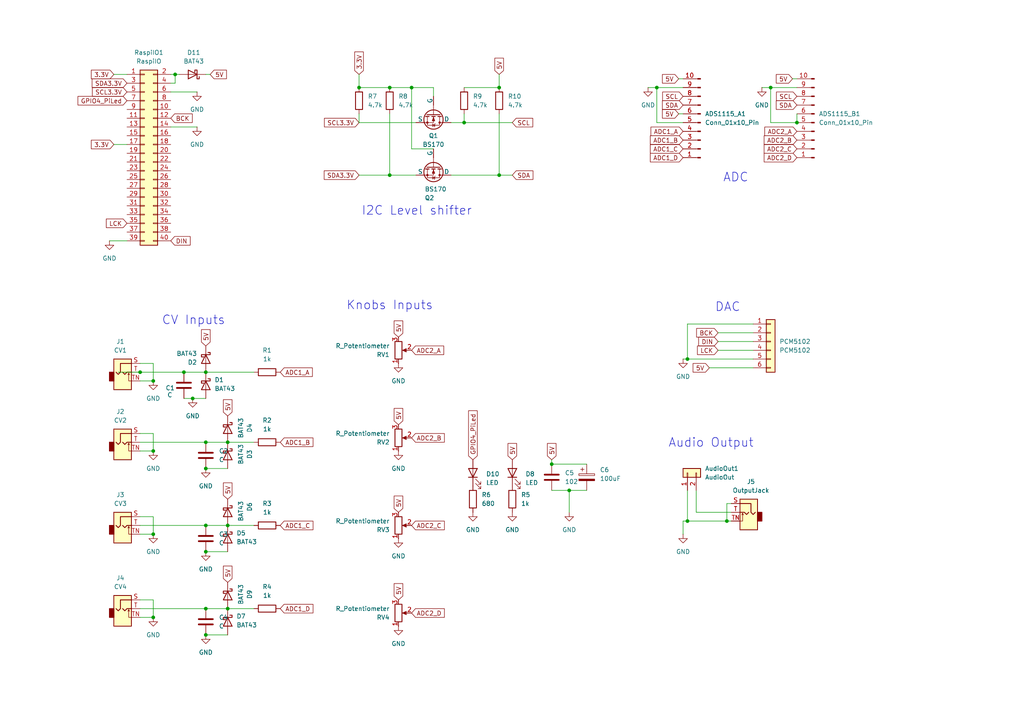
<source format=kicad_sch>
(kicad_sch (version 20231120) (generator "eeschema") (generator_version "8.0")
  (paper "A4")
  (lib_symbols
    (symbol "Connector:Conn_01x10_Pin" (pin_names (offset 1.016) hide)
      (property "Reference" "J" (at 0 12.7 0))
      (property "Value" "Conn_01x10_Pin" (at 0 -15.24 0))
      (symbol "Conn_01x10_Pin_1_1"
        (polyline (pts (xy 1.27 -12.7) (xy 0.8636 -12.7)) (stroke (width 0.1524)))
        (polyline (pts (xy 1.27 -10.16) (xy 0.8636 -10.16)) (stroke (width 0.1524)))
        (polyline (pts (xy 1.27 -7.62) (xy 0.8636 -7.62)) (stroke (width 0.1524)))
        (polyline (pts (xy 1.27 -5.08) (xy 0.8636 -5.08)) (stroke (width 0.1524)))
        (polyline (pts (xy 1.27 -2.54) (xy 0.8636 -2.54)) (stroke (width 0.1524)))
        (polyline (pts (xy 1.27 0) (xy 0.8636 0)) (stroke (width 0.1524)))
        (polyline (pts (xy 1.27 2.54) (xy 0.8636 2.54)) (stroke (width 0.1524)))
        (polyline (pts (xy 1.27 5.08) (xy 0.8636 5.08)) (stroke (width 0.1524)))
        (polyline (pts (xy 1.27 7.62) (xy 0.8636 7.62)) (stroke (width 0.1524)))
        (polyline (pts (xy 1.27 10.16) (xy 0.8636 10.16)) (stroke (width 0.1524)))
        (rectangle (start 0.8636 -12.573) (end 0 -12.827) (stroke (width 0.1524)) (fill (type outline)))
        (rectangle (start 0.8636 -10.033) (end 0 -10.287) (stroke (width 0.1524)) (fill (type outline)))
        (rectangle (start 0.8636 -7.493) (end 0 -7.747) (stroke (width 0.1524)) (fill (type outline)))
        (rectangle (start 0.8636 -4.953) (end 0 -5.207) (stroke (width 0.1524)) (fill (type outline)))
        (rectangle (start 0.8636 -2.413) (end 0 -2.667) (stroke (width 0.1524)) (fill (type outline)))
        (rectangle (start 0.8636 0.127) (end 0 -0.127) (stroke (width 0.1524)) (fill (type outline)))
        (rectangle (start 0.8636 2.667) (end 0 2.413) (stroke (width 0.1524)) (fill (type outline)))
        (rectangle (start 0.8636 5.207) (end 0 4.953) (stroke (width 0.1524)) (fill (type outline)))
        (rectangle (start 0.8636 7.747) (end 0 7.493) (stroke (width 0.1524)) (fill (type outline)))
        (rectangle (start 0.8636 10.287) (end 0 10.033) (stroke (width 0.1524)) (fill (type outline)))
        (pin passive line (at 5.08 10.16 180) (length 3.81) (name "Pin_1") (number "1"))
        (pin passive line (at 5.08 -12.7 180) (length 3.81) (name "Pin_10") (number "10"))
        (pin passive line (at 5.08 7.62 180) (length 3.81) (name "Pin_2") (number "2"))
        (pin passive line (at 5.08 5.08 180) (length 3.81) (name "Pin_3") (number "3"))
        (pin passive line (at 5.08 2.54 180) (length 3.81) (name "Pin_4") (number "4"))
        (pin passive line (at 5.08 0 180) (length 3.81) (name "Pin_5") (number "5"))
        (pin passive line (at 5.08 -2.54 180) (length 3.81) (name "Pin_6") (number "6"))
        (pin passive line (at 5.08 -5.08 180) (length 3.81) (name "Pin_7") (number "7"))
        (pin passive line (at 5.08 -7.62 180) (length 3.81) (name "Pin_8") (number "8"))
        (pin passive line (at 5.08 -10.16 180) (length 3.81) (name "Pin_9") (number "9"))
      )
    )
    (symbol "Connector_Audio:AudioJack2_SwitchT"
      (property "Reference" "J" (at 0 8.89 0))
      (property "Value" "AudioJack2_SwitchT" (at 0 6.35 0))
      (symbol "AudioJack2_SwitchT_0_1"
        (rectangle (start -2.54 0) (end -3.81 -2.54) (stroke (width 0.254)) (fill (type outline)))
        (polyline (pts (xy 1.778 -0.254) (xy 2.032 -0.762)))
        (polyline (pts (xy 0 0) (xy 0.635 -0.635) (xy 1.27 0) (xy 2.54 0)) (stroke (width 0.254)))
        (polyline (pts (xy 2.54 -2.54) (xy 1.778 -2.54) (xy 1.778 -0.254) (xy 1.524 -0.762)))
        (polyline (pts (xy 2.54 2.54) (xy -0.635 2.54) (xy -0.635 0) (xy -1.27 -0.635) (xy -1.905 0)) (stroke (width 0.254)))
        (rectangle (start 2.54 3.81) (end -2.54 -5.08) (stroke (width 0.254)) (fill (type background)))
      )
      (symbol "AudioJack2_SwitchT_1_1"
        (pin passive line (at 5.08 2.54 180) (length 2.54) (name "~") (number "S"))
        (pin passive line (at 5.08 0 180) (length 2.54) (name "~") (number "T"))
        (pin passive line (at 5.08 -2.54 180) (length 2.54) (name "~") (number "TN"))
      )
    )
    (symbol "Connector_Generic:Conn_01x02" (pin_names (offset 1.016) hide)
      (property "Reference" "J" (at 0 2.54 0))
      (property "Value" "Conn_01x02" (at 0 -5.08 0))
      (symbol "Conn_01x02_1_1"
        (rectangle (start -1.27 -2.413) (end 0 -2.667) (stroke (width 0.1524)))
        (rectangle (start -1.27 0.127) (end 0 -0.127) (stroke (width 0.1524)))
        (rectangle (start -1.27 1.27) (end 1.27 -3.81) (stroke (width 0.254)) (fill (type background)))
        (pin passive line (at -5.08 0 0) (length 3.81) (name "Pin_1") (number "1"))
        (pin passive line (at -5.08 -2.54 0) (length 3.81) (name "Pin_2") (number "2"))
      )
    )
    (symbol "Connector_Generic:Conn_01x06" (pin_names (offset 1.016) hide)
      (property "Reference" "J" (at 0 7.62 0))
      (property "Value" "Conn_01x06" (at 0 -10.16 0))
      (symbol "Conn_01x06_1_1"
        (rectangle (start -1.27 -7.493) (end 0 -7.747) (stroke (width 0.1524)))
        (rectangle (start -1.27 -4.953) (end 0 -5.207) (stroke (width 0.1524)))
        (rectangle (start -1.27 -2.413) (end 0 -2.667) (stroke (width 0.1524)))
        (rectangle (start -1.27 0.127) (end 0 -0.127) (stroke (width 0.1524)))
        (rectangle (start -1.27 2.667) (end 0 2.413) (stroke (width 0.1524)))
        (rectangle (start -1.27 5.207) (end 0 4.953) (stroke (width 0.1524)))
        (rectangle (start -1.27 6.35) (end 1.27 -8.89) (stroke (width 0.254)) (fill (type background)))
        (pin passive line (at -5.08 5.08 0) (length 3.81) (name "Pin_1") (number "1"))
        (pin passive line (at -5.08 2.54 0) (length 3.81) (name "Pin_2") (number "2"))
        (pin passive line (at -5.08 0 0) (length 3.81) (name "Pin_3") (number "3"))
        (pin passive line (at -5.08 -2.54 0) (length 3.81) (name "Pin_4") (number "4"))
        (pin passive line (at -5.08 -5.08 0) (length 3.81) (name "Pin_5") (number "5"))
        (pin passive line (at -5.08 -7.62 0) (length 3.81) (name "Pin_6") (number "6"))
      )
    )
    (symbol "Connector_Generic:Conn_02x20_Odd_Even" (pin_names (offset 1.016) hide)
      (property "Reference" "J" (at 1.27 25.4 0))
      (property "Value" "Conn_02x20_Odd_Even" (at 1.27 -27.94 0))
      (symbol "Conn_02x20_Odd_Even_1_1"
        (rectangle (start -1.27 -25.273) (end 0 -25.527) (stroke (width 0.1524)))
        (rectangle (start -1.27 -22.733) (end 0 -22.987) (stroke (width 0.1524)))
        (rectangle (start -1.27 -20.193) (end 0 -20.447) (stroke (width 0.1524)))
        (rectangle (start -1.27 -17.653) (end 0 -17.907) (stroke (width 0.1524)))
        (rectangle (start -1.27 -15.113) (end 0 -15.367) (stroke (width 0.1524)))
        (rectangle (start -1.27 -12.573) (end 0 -12.827) (stroke (width 0.1524)))
        (rectangle (start -1.27 -10.033) (end 0 -10.287) (stroke (width 0.1524)))
        (rectangle (start -1.27 -7.493) (end 0 -7.747) (stroke (width 0.1524)))
        (rectangle (start -1.27 -4.953) (end 0 -5.207) (stroke (width 0.1524)))
        (rectangle (start -1.27 -2.413) (end 0 -2.667) (stroke (width 0.1524)))
        (rectangle (start -1.27 0.127) (end 0 -0.127) (stroke (width 0.1524)))
        (rectangle (start -1.27 2.667) (end 0 2.413) (stroke (width 0.1524)))
        (rectangle (start -1.27 5.207) (end 0 4.953) (stroke (width 0.1524)))
        (rectangle (start -1.27 7.747) (end 0 7.493) (stroke (width 0.1524)))
        (rectangle (start -1.27 10.287) (end 0 10.033) (stroke (width 0.1524)))
        (rectangle (start -1.27 12.827) (end 0 12.573) (stroke (width 0.1524)))
        (rectangle (start -1.27 15.367) (end 0 15.113) (stroke (width 0.1524)))
        (rectangle (start -1.27 17.907) (end 0 17.653) (stroke (width 0.1524)))
        (rectangle (start -1.27 20.447) (end 0 20.193) (stroke (width 0.1524)))
        (rectangle (start -1.27 22.987) (end 0 22.733) (stroke (width 0.1524)))
        (rectangle (start -1.27 24.13) (end 3.81 -26.67) (stroke (width 0.254)) (fill (type background)))
        (rectangle (start 3.81 -25.273) (end 2.54 -25.527) (stroke (width 0.1524)))
        (rectangle (start 3.81 -22.733) (end 2.54 -22.987) (stroke (width 0.1524)))
        (rectangle (start 3.81 -20.193) (end 2.54 -20.447) (stroke (width 0.1524)))
        (rectangle (start 3.81 -17.653) (end 2.54 -17.907) (stroke (width 0.1524)))
        (rectangle (start 3.81 -15.113) (end 2.54 -15.367) (stroke (width 0.1524)))
        (rectangle (start 3.81 -12.573) (end 2.54 -12.827) (stroke (width 0.1524)))
        (rectangle (start 3.81 -10.033) (end 2.54 -10.287) (stroke (width 0.1524)))
        (rectangle (start 3.81 -7.493) (end 2.54 -7.747) (stroke (width 0.1524)))
        (rectangle (start 3.81 -4.953) (end 2.54 -5.207) (stroke (width 0.1524)))
        (rectangle (start 3.81 -2.413) (end 2.54 -2.667) (stroke (width 0.1524)))
        (rectangle (start 3.81 0.127) (end 2.54 -0.127) (stroke (width 0.1524)))
        (rectangle (start 3.81 2.667) (end 2.54 2.413) (stroke (width 0.1524)))
        (rectangle (start 3.81 5.207) (end 2.54 4.953) (stroke (width 0.1524)))
        (rectangle (start 3.81 7.747) (end 2.54 7.493) (stroke (width 0.1524)))
        (rectangle (start 3.81 10.287) (end 2.54 10.033) (stroke (width 0.1524)))
        (rectangle (start 3.81 12.827) (end 2.54 12.573) (stroke (width 0.1524)))
        (rectangle (start 3.81 15.367) (end 2.54 15.113) (stroke (width 0.1524)))
        (rectangle (start 3.81 17.907) (end 2.54 17.653) (stroke (width 0.1524)))
        (rectangle (start 3.81 20.447) (end 2.54 20.193) (stroke (width 0.1524)))
        (rectangle (start 3.81 22.987) (end 2.54 22.733) (stroke (width 0.1524)))
        (pin passive line (at -5.08 22.86 0) (length 3.81) (name "Pin_1") (number "1"))
        (pin passive line (at 7.62 12.7 180) (length 3.81) (name "Pin_10") (number "10"))
        (pin passive line (at -5.08 10.16 0) (length 3.81) (name "Pin_11") (number "11"))
        (pin passive line (at 7.62 10.16 180) (length 3.81) (name "Pin_12") (number "12"))
        (pin passive line (at -5.08 7.62 0) (length 3.81) (name "Pin_13") (number "13"))
        (pin passive line (at 7.62 7.62 180) (length 3.81) (name "Pin_14") (number "14"))
        (pin passive line (at -5.08 5.08 0) (length 3.81) (name "Pin_15") (number "15"))
        (pin passive line (at 7.62 5.08 180) (length 3.81) (name "Pin_16") (number "16"))
        (pin passive line (at -5.08 2.54 0) (length 3.81) (name "Pin_17") (number "17"))
        (pin passive line (at 7.62 2.54 180) (length 3.81) (name "Pin_18") (number "18"))
        (pin passive line (at -5.08 0 0) (length 3.81) (name "Pin_19") (number "19"))
        (pin passive line (at 7.62 22.86 180) (length 3.81) (name "Pin_2") (number "2"))
        (pin passive line (at 7.62 0 180) (length 3.81) (name "Pin_20") (number "20"))
        (pin passive line (at -5.08 -2.54 0) (length 3.81) (name "Pin_21") (number "21"))
        (pin passive line (at 7.62 -2.54 180) (length 3.81) (name "Pin_22") (number "22"))
        (pin passive line (at -5.08 -5.08 0) (length 3.81) (name "Pin_23") (number "23"))
        (pin passive line (at 7.62 -5.08 180) (length 3.81) (name "Pin_24") (number "24"))
        (pin passive line (at -5.08 -7.62 0) (length 3.81) (name "Pin_25") (number "25"))
        (pin passive line (at 7.62 -7.62 180) (length 3.81) (name "Pin_26") (number "26"))
        (pin passive line (at -5.08 -10.16 0) (length 3.81) (name "Pin_27") (number "27"))
        (pin passive line (at 7.62 -10.16 180) (length 3.81) (name "Pin_28") (number "28"))
        (pin passive line (at -5.08 -12.7 0) (length 3.81) (name "Pin_29") (number "29"))
        (pin passive line (at -5.08 20.32 0) (length 3.81) (name "Pin_3") (number "3"))
        (pin passive line (at 7.62 -12.7 180) (length 3.81) (name "Pin_30") (number "30"))
        (pin passive line (at -5.08 -15.24 0) (length 3.81) (name "Pin_31") (number "31"))
        (pin passive line (at 7.62 -15.24 180) (length 3.81) (name "Pin_32") (number "32"))
        (pin passive line (at -5.08 -17.78 0) (length 3.81) (name "Pin_33") (number "33"))
        (pin passive line (at 7.62 -17.78 180) (length 3.81) (name "Pin_34") (number "34"))
        (pin passive line (at -5.08 -20.32 0) (length 3.81) (name "Pin_35") (number "35"))
        (pin passive line (at 7.62 -20.32 180) (length 3.81) (name "Pin_36") (number "36"))
        (pin passive line (at -5.08 -22.86 0) (length 3.81) (name "Pin_37") (number "37"))
        (pin passive line (at 7.62 -22.86 180) (length 3.81) (name "Pin_38") (number "38"))
        (pin passive line (at -5.08 -25.4 0) (length 3.81) (name "Pin_39") (number "39"))
        (pin passive line (at 7.62 20.32 180) (length 3.81) (name "Pin_4") (number "4"))
        (pin passive line (at 7.62 -25.4 180) (length 3.81) (name "Pin_40") (number "40"))
        (pin passive line (at -5.08 17.78 0) (length 3.81) (name "Pin_5") (number "5"))
        (pin passive line (at 7.62 17.78 180) (length 3.81) (name "Pin_6") (number "6"))
        (pin passive line (at -5.08 15.24 0) (length 3.81) (name "Pin_7") (number "7"))
        (pin passive line (at 7.62 15.24 180) (length 3.81) (name "Pin_8") (number "8"))
        (pin passive line (at -5.08 12.7 0) (length 3.81) (name "Pin_9") (number "9"))
      )
    )
    (symbol "Device:C" (pin_numbers hide) (pin_names (offset 0.254))
      (property "Reference" "C" (at 0.635 2.54 0))
      (property "Value" "C" (at 0.635 -2.54 0))
      (symbol "C_0_1"
        (polyline (pts (xy -2.032 -0.762) (xy 2.032 -0.762)) (stroke (width 0.508)))
        (polyline (pts (xy -2.032 0.762) (xy 2.032 0.762)) (stroke (width 0.508)))
      )
      (symbol "C_1_1"
        (pin passive line (at 0 3.81 270) (length 2.794) (name "~") (number "1"))
        (pin passive line (at 0 -3.81 90) (length 2.794) (name "~") (number "2"))
      )
    )
    (symbol "Device:C_Polarized" (pin_numbers hide) (pin_names (offset 0.254))
      (property "Reference" "C" (at 0.635 2.54 0))
      (property "Value" "C_Polarized" (at 0.635 -2.54 0))
      (symbol "C_Polarized_0_1"
        (rectangle (start -2.286 0.508) (end 2.286 1.016))
        (polyline (pts (xy -1.778 2.286) (xy -0.762 2.286)))
        (polyline (pts (xy -1.27 2.794) (xy -1.27 1.778)))
        (rectangle (start 2.286 -0.508) (end -2.286 -1.016) (fill (type outline)))
      )
      (symbol "C_Polarized_1_1"
        (pin passive line (at 0 3.81 270) (length 2.794) (name "~") (number "1"))
        (pin passive line (at 0 -3.81 90) (length 2.794) (name "~") (number "2"))
      )
    )
    (symbol "Device:LED" (pin_numbers hide) (pin_names (offset 1.016) hide)
      (property "Reference" "D" (at 0 2.54 0))
      (property "Value" "LED" (at 0 -2.54 0))
      (symbol "LED_0_1"
        (polyline (pts (xy -1.27 -1.27) (xy -1.27 1.27)) (stroke (width 0.254)))
        (polyline (pts (xy -1.27 0) (xy 1.27 0)))
        (polyline (pts (xy 1.27 -1.27) (xy 1.27 1.27) (xy -1.27 0) (xy 1.27 -1.27)) (stroke (width 0.254)))
        (polyline (pts (xy -3.048 -0.762) (xy -4.572 -2.286) (xy -3.81 -2.286) (xy -4.572 -2.286) (xy -4.572 -1.524)))
        (polyline (pts (xy -1.778 -0.762) (xy -3.302 -2.286) (xy -2.54 -2.286) (xy -3.302 -2.286) (xy -3.302 -1.524)))
      )
      (symbol "LED_1_1"
        (pin passive line (at -3.81 0 0) (length 2.54) (name "K") (number "1"))
        (pin passive line (at 3.81 0 180) (length 2.54) (name "A") (number "2"))
      )
    )
    (symbol "Device:R" (pin_numbers hide) (pin_names (offset 0))
      (property "Reference" "R" (at 2.032 0 90))
      (property "Value" "R" (at 0 0 90))
      (symbol "R_0_1"
        (rectangle (start -1.016 -2.54) (end 1.016 2.54) (stroke (width 0.254)))
      )
      (symbol "R_1_1"
        (pin passive line (at 0 3.81 270) (length 1.27) (name "~") (number "1"))
        (pin passive line (at 0 -3.81 90) (length 1.27) (name "~") (number "2"))
      )
    )
    (symbol "Device:R_Potentiometer" (pin_names (offset 1.016) hide)
      (property "Reference" "RV" (at -4.445 0 90))
      (property "Value" "R_Potentiometer" (at -2.54 0 90))
      (symbol "R_Potentiometer_0_1"
        (polyline (pts (xy 2.54 0) (xy 1.524 0)))
        (polyline (pts (xy 1.143 0) (xy 2.286 0.508) (xy 2.286 -0.508) (xy 1.143 0)) (fill (type outline)))
        (rectangle (start 1.016 2.54) (end -1.016 -2.54) (stroke (width 0.254)))
      )
      (symbol "R_Potentiometer_1_1"
        (pin passive line (at 0 3.81 270) (length 1.27) (name "1") (number "1"))
        (pin passive line (at 3.81 0 180) (length 1.27) (name "2") (number "2"))
        (pin passive line (at 0 -3.81 90) (length 1.27) (name "3") (number "3"))
      )
    )
    (symbol "Diode:BAT43" (pin_numbers hide) (pin_names (offset 1.016) hide)
      (property "Reference" "D" (at 0 2.54 0))
      (property "Value" "BAT43" (at 0 -2.54 0))
      (symbol "BAT43_0_1"
        (polyline (pts (xy 1.27 0) (xy -1.27 0)))
        (polyline (pts (xy 1.27 1.27) (xy 1.27 -1.27) (xy -1.27 0) (xy 1.27 1.27)) (stroke (width 0.254)))
        (polyline (pts (xy -1.905 0.635) (xy -1.905 1.27) (xy -1.27 1.27) (xy -1.27 -1.27) (xy -0.635 -1.27) (xy -0.635 -0.635)) (stroke (width 0.254)))
      )
      (symbol "BAT43_1_1"
        (pin passive line (at -3.81 0 0) (length 2.54) (name "K") (number "1"))
        (pin passive line (at 3.81 0 180) (length 2.54) (name "A") (number "2"))
      )
    )
    (symbol "Simulation_SPICE:NMOS" (pin_numbers hide) (pin_names (offset 0))
      (property "Reference" "Q" (at 5.08 1.27 0))
      (property "Value" "NMOS" (at 5.08 -1.27 0))
      (symbol "NMOS_0_1"
        (polyline (pts (xy 0.254 0) (xy -2.54 0)))
        (polyline (pts (xy 0.254 1.905) (xy 0.254 -1.905)) (stroke (width 0.254)))
        (polyline (pts (xy 0.762 -1.27) (xy 0.762 -2.286)) (stroke (width 0.254)))
        (polyline (pts (xy 0.762 0.508) (xy 0.762 -0.508)) (stroke (width 0.254)))
        (polyline (pts (xy 0.762 2.286) (xy 0.762 1.27)) (stroke (width 0.254)))
        (polyline (pts (xy 2.54 2.54) (xy 2.54 1.778)))
        (polyline (pts (xy 2.54 -2.54) (xy 2.54 0) (xy 0.762 0)))
        (polyline (pts (xy 0.762 -1.778) (xy 3.302 -1.778) (xy 3.302 1.778) (xy 0.762 1.778)))
        (polyline (pts (xy 1.016 0) (xy 2.032 0.381) (xy 2.032 -0.381) (xy 1.016 0)) (fill (type outline)))
        (polyline (pts (xy 2.794 0.508) (xy 2.921 0.381) (xy 3.683 0.381) (xy 3.81 0.254)))
        (polyline (pts (xy 3.302 0.381) (xy 2.921 -0.254) (xy 3.683 -0.254) (xy 3.302 0.381)))
        (circle (center 1.651 0) (radius 2.794) (stroke (width 0.254)))
        (circle (center 2.54 -1.778) (radius 0.254) (fill (type outline)))
        (circle (center 2.54 1.778) (radius 0.254) (fill (type outline)))
      )
      (symbol "NMOS_1_1"
        (pin passive line (at 2.54 5.08 270) (length 2.54) (name "D") (number "1"))
        (pin input line (at -5.08 0 0) (length 2.54) (name "G") (number "2"))
        (pin passive line (at 2.54 -5.08 90) (length 2.54) (name "S") (number "3"))
      )
    )
    (symbol "power:GND" (power) (pin_numbers hide) (pin_names (offset 0) hide)
      (property "Value" "GND" (at 0 -3.81 0))
      (symbol "GND_0_1"
        (polyline (pts (xy 0 0) (xy 0 -1.27) (xy 1.27 -1.27) (xy 0 -2.54) (xy -1.27 -1.27) (xy 0 -1.27)))
      )
      (symbol "GND_1_1"
        (pin power_in line (at 0 0 270) (length 0) (name "~") (number "1"))
      )
    )
  )
  (junction (at 50.8 21.59))
  (junction (at 44.45 130.81))
  (junction (at 190.5 25.4))
  (junction (at 165.1 142.24))
  (junction (at 59.69 135.89))
  (junction (at 144.78 50.8))
  (junction (at 119.38 25.4))
  (junction (at 66.04 176.53))
  (junction (at 113.03 50.8))
  (junction (at 199.39 151.13))
  (junction (at 199.39 104.14))
  (junction (at 55.88 115.57))
  (junction (at 210.82 151.13))
  (junction (at 59.69 184.15))
  (junction (at 59.69 160.02))
  (junction (at 53.34 107.95))
  (junction (at 44.45 179.07))
  (junction (at 160.02 134.62))
  (junction (at 59.69 107.95))
  (junction (at 134.62 35.56))
  (junction (at 104.14 25.4))
  (junction (at 59.69 176.53))
  (junction (at 66.04 128.27))
  (junction (at 66.04 152.4))
  (junction (at 59.69 152.4))
  (junction (at 40.64 107.95))
  (junction (at 44.45 154.94))
  (junction (at 113.03 25.4))
  (junction (at 44.45 110.49))
  (junction (at 144.78 25.4))
  (junction (at 231.14 35.56))
  (junction (at 59.69 128.27))
  (junction (at 223.52 25.4))
  (wire (pts (xy 40.64 176.53) (xy 59.69 176.53)))
  (wire (pts (xy 113.03 50.8) (xy 120.65 50.8)))
  (wire (pts (xy 113.03 33.02) (xy 113.03 50.8)))
  (wire (pts (xy 187.96 25.4) (xy 190.5 25.4)))
  (wire (pts (xy 33.02 21.59) (xy 36.83 21.59)))
  (wire (pts (xy 53.34 115.57) (xy 55.88 115.57)))
  (wire (pts (xy 59.69 135.89) (xy 66.04 135.89)))
  (wire (pts (xy 231.14 35.56) (xy 223.52 35.56)))
  (wire (pts (xy 198.12 154.94) (xy 198.12 151.13)))
  (wire (pts (xy 59.69 176.53) (xy 66.04 176.53)))
  (wire (pts (xy 201.93 142.24) (xy 201.93 148.59)))
  (wire (pts (xy 40.64 173.99) (xy 44.45 173.99)))
  (wire (pts (xy 198.12 35.56) (xy 190.5 35.56)))
  (wire (pts (xy 160.02 134.62) (xy 170.18 134.62)))
  (wire (pts (xy 44.45 179.07) (xy 40.64 179.07)))
  (wire (pts (xy 104.14 33.02) (xy 104.14 35.56)))
  (wire (pts (xy 53.34 107.95) (xy 59.69 107.95)))
  (wire (pts (xy 144.78 21.59) (xy 144.78 25.4)))
  (wire (pts (xy 210.82 151.13) (xy 210.82 146.05)))
  (wire (pts (xy 144.78 33.02) (xy 144.78 50.8)))
  (wire (pts (xy 212.09 151.13) (xy 210.82 151.13)))
  (wire (pts (xy 104.14 21.59) (xy 104.14 25.4)))
  (wire (pts (xy 165.1 142.24) (xy 170.18 142.24)))
  (wire (pts (xy 59.69 160.02) (xy 66.04 160.02)))
  (wire (pts (xy 165.1 148.59) (xy 165.1 142.24)))
  (wire (pts (xy 223.52 35.56) (xy 223.52 25.4)))
  (wire (pts (xy 59.69 21.59) (xy 60.96 21.59)))
  (wire (pts (xy 44.45 105.41) (xy 44.45 110.49)))
  (wire (pts (xy 44.45 149.86) (xy 44.45 154.94)))
  (wire (pts (xy 40.64 107.95) (xy 53.34 107.95)))
  (wire (pts (xy 134.62 35.56) (xy 148.59 35.56)))
  (wire (pts (xy 31.75 69.85) (xy 36.83 69.85)))
  (wire (pts (xy 40.64 152.4) (xy 59.69 152.4)))
  (wire (pts (xy 218.44 101.6) (xy 208.28 101.6)))
  (wire (pts (xy 57.15 36.83) (xy 49.53 36.83)))
  (wire (pts (xy 160.02 142.24) (xy 165.1 142.24)))
  (wire (pts (xy 57.15 26.67) (xy 49.53 26.67)))
  (wire (pts (xy 52.07 21.59) (xy 50.8 21.59)))
  (wire (pts (xy 199.39 151.13) (xy 199.39 142.24)))
  (wire (pts (xy 73.66 152.4) (xy 66.04 152.4)))
  (wire (pts (xy 59.69 184.15) (xy 66.04 184.15)))
  (wire (pts (xy 134.62 33.02) (xy 134.62 35.56)))
  (wire (pts (xy 196.85 33.02) (xy 198.12 33.02)))
  (wire (pts (xy 55.88 115.57) (xy 59.69 115.57)))
  (wire (pts (xy 104.14 50.8) (xy 113.03 50.8)))
  (wire (pts (xy 130.81 50.8) (xy 144.78 50.8)))
  (wire (pts (xy 33.02 41.91) (xy 36.83 41.91)))
  (wire (pts (xy 59.69 107.95) (xy 73.66 107.95)))
  (wire (pts (xy 59.69 152.4) (xy 66.04 152.4)))
  (wire (pts (xy 104.14 35.56) (xy 120.65 35.56)))
  (wire (pts (xy 50.8 24.13) (xy 50.8 21.59)))
  (wire (pts (xy 198.12 104.14) (xy 199.39 104.14)))
  (wire (pts (xy 218.44 96.52) (xy 208.28 96.52)))
  (wire (pts (xy 44.45 110.49) (xy 40.64 110.49)))
  (wire (pts (xy 44.45 125.73) (xy 44.45 130.81)))
  (wire (pts (xy 223.52 25.4) (xy 231.14 25.4)))
  (wire (pts (xy 49.53 24.13) (xy 50.8 24.13)))
  (wire (pts (xy 34.29 107.95) (xy 40.64 107.95)))
  (wire (pts (xy 199.39 93.98) (xy 218.44 93.98)))
  (wire (pts (xy 50.8 21.59) (xy 49.53 21.59)))
  (wire (pts (xy 125.73 27.94) (xy 125.73 25.4)))
  (wire (pts (xy 196.85 22.86) (xy 198.12 22.86)))
  (wire (pts (xy 40.64 105.41) (xy 44.45 105.41)))
  (wire (pts (xy 205.74 106.68) (xy 218.44 106.68)))
  (wire (pts (xy 44.45 130.81) (xy 40.64 130.81)))
  (wire (pts (xy 59.69 128.27) (xy 66.04 128.27)))
  (wire (pts (xy 201.93 148.59) (xy 212.09 148.59)))
  (wire (pts (xy 229.87 22.86) (xy 231.14 22.86)))
  (wire (pts (xy 44.45 154.94) (xy 40.64 154.94)))
  (wire (pts (xy 220.98 25.4) (xy 223.52 25.4)))
  (wire (pts (xy 210.82 146.05) (xy 212.09 146.05)))
  (wire (pts (xy 144.78 50.8) (xy 148.59 50.8)))
  (wire (pts (xy 199.39 151.13) (xy 210.82 151.13)))
  (wire (pts (xy 119.38 25.4) (xy 125.73 25.4)))
  (wire (pts (xy 40.64 149.86) (xy 44.45 149.86)))
  (wire (pts (xy 218.44 99.06) (xy 208.28 99.06)))
  (wire (pts (xy 119.38 25.4) (xy 119.38 43.18)))
  (wire (pts (xy 40.64 128.27) (xy 59.69 128.27)))
  (wire (pts (xy 104.14 25.4) (xy 113.03 25.4)))
  (wire (pts (xy 130.81 35.56) (xy 134.62 35.56)))
  (wire (pts (xy 73.66 176.53) (xy 66.04 176.53)))
  (wire (pts (xy 160.02 134.62) (xy 160.02 133.35)))
  (wire (pts (xy 190.5 35.56) (xy 190.5 25.4)))
  (wire (pts (xy 199.39 104.14) (xy 218.44 104.14)))
  (wire (pts (xy 198.12 151.13) (xy 199.39 151.13)))
  (wire (pts (xy 73.66 128.27) (xy 66.04 128.27)))
  (wire (pts (xy 199.39 104.14) (xy 199.39 93.98)))
  (wire (pts (xy 134.62 25.4) (xy 144.78 25.4)))
  (wire (pts (xy 119.38 25.4) (xy 113.03 25.4)))
  (wire (pts (xy 190.5 25.4) (xy 198.12 25.4)))
  (wire (pts (xy 40.64 125.73) (xy 44.45 125.73)))
  (wire (pts (xy 44.45 173.99) (xy 44.45 179.07)))
  (wire (pts (xy 231.14 33.02) (xy 231.14 35.56)))
  (wire (pts (xy 119.38 43.18) (xy 125.73 43.18)))
  (text "I2C Level shifter\n" (at 120.904 61.214 0) (effects (font (size 2.54 2.54))))
  (text "Knobs Inputs" (at 113.03 88.646 0) (effects (font (size 2.54 2.54))))
  (text "CV Inputs" (at 56.134 92.964 0) (effects (font (size 2.54 2.54))))
  (text "ADC " (at 214.376 51.562 0) (effects (font (size 2.54 2.54))))
  (text "Audio Output" (at 206.248 128.524 0) (effects (font (size 2.54 2.54))))
  (text "DAC" (at 211.074 89.154 0) (effects (font (size 2.54 2.54))))
  (global_label "DIN" (shape input) (at 49.53 69.85 0) (property "Intersheetrefs" "${INTERSHEET_REFS}" (effects (hide yes))))
  (global_label "5V" (shape input) (at 196.85 22.86 180) (property "Intersheetrefs" "${INTERSHEET_REFS}" (effects (hide yes))))
  (global_label "ADC1_D" (shape input) (at 81.28 176.53 0) (property "Intersheetrefs" "${INTERSHEET_REFS}" (effects (hide yes))))
  (global_label "ADC1_A" (shape input) (at 81.28 107.95 0) (property "Intersheetrefs" "${INTERSHEET_REFS}" (effects (hide yes))))
  (global_label "ADC2_C" (shape input) (at 231.14 43.18 180) (property "Intersheetrefs" "${INTERSHEET_REFS}" (effects (hide yes))))
  (global_label "SCL3.3V" (shape input) (at 104.14 35.56 180) (property "Intersheetrefs" "${INTERSHEET_REFS}" (effects (hide yes))))
  (global_label "ADC2_A" (shape input) (at 119.38 101.6 0) (property "Intersheetrefs" "${INTERSHEET_REFS}" (effects (hide yes))))
  (global_label "BCK" (shape input) (at 208.28 96.52 180) (property "Intersheetrefs" "${INTERSHEET_REFS}" (effects (hide yes))))
  (global_label "5V" (shape input) (at 60.96 21.59 0) (property "Intersheetrefs" "${INTERSHEET_REFS}" (effects (hide yes))))
  (global_label "ADC1_B" (shape input) (at 81.28 128.27 0) (property "Intersheetrefs" "${INTERSHEET_REFS}" (effects (hide yes))))
  (global_label "BCK" (shape input) (at 49.53 34.29 0) (property "Intersheetrefs" "${INTERSHEET_REFS}" (effects (hide yes))))
  (global_label "ADC2_D" (shape input) (at 119.38 177.8 0) (property "Intersheetrefs" "${INTERSHEET_REFS}" (effects (hide yes))))
  (global_label "SDA" (shape input) (at 148.59 50.8 0) (property "Intersheetrefs" "${INTERSHEET_REFS}" (effects (hide yes))))
  (global_label "5V" (shape input) (at 115.57 148.59 90) (property "Intersheetrefs" "${INTERSHEET_REFS}" (effects (hide yes))))
  (global_label "5V" (shape input) (at 148.59 133.35 90) (property "Intersheetrefs" "${INTERSHEET_REFS}" (effects (hide yes))))
  (global_label "5V" (shape input) (at 59.69 100.33 90) (property "Intersheetrefs" "${INTERSHEET_REFS}" (effects (hide yes))))
  (global_label "SCL3.3V" (shape input) (at 36.83 26.67 180) (property "Intersheetrefs" "${INTERSHEET_REFS}" (effects (hide yes))))
  (global_label "5V" (shape input) (at 66.04 144.78 90) (property "Intersheetrefs" "${INTERSHEET_REFS}" (effects (hide yes))))
  (global_label "SDA3.3V" (shape input) (at 36.83 24.13 180) (property "Intersheetrefs" "${INTERSHEET_REFS}" (effects (hide yes))))
  (global_label "ADC1_A" (shape input) (at 198.12 38.1 180) (property "Intersheetrefs" "${INTERSHEET_REFS}" (effects (hide yes))))
  (global_label "GPIO4_PiLed" (shape input) (at 137.16 133.35 90) (property "Intersheetrefs" "${INTERSHEET_REFS}" (effects (hide yes))))
  (global_label "GPIO4_PiLed" (shape input) (at 36.83 29.21 180) (property "Intersheetrefs" "${INTERSHEET_REFS}" (effects (hide yes))))
  (global_label "ADC1_D" (shape input) (at 198.12 45.72 180) (property "Intersheetrefs" "${INTERSHEET_REFS}" (effects (hide yes))))
  (global_label "5V" (shape input) (at 229.87 22.86 180) (property "Intersheetrefs" "${INTERSHEET_REFS}" (effects (hide yes))))
  (global_label "SCL" (shape input) (at 198.12 27.94 180) (property "Intersheetrefs" "${INTERSHEET_REFS}" (effects (hide yes))))
  (global_label "ADC1_B" (shape input) (at 198.12 40.64 180) (property "Intersheetrefs" "${INTERSHEET_REFS}" (effects (hide yes))))
  (global_label "5V" (shape input) (at 196.85 33.02 180) (property "Intersheetrefs" "${INTERSHEET_REFS}" (effects (hide yes))))
  (global_label "SDA" (shape input) (at 231.14 30.48 180) (property "Intersheetrefs" "${INTERSHEET_REFS}" (effects (hide yes))))
  (global_label "3.3V" (shape input) (at 33.02 41.91 180) (property "Intersheetrefs" "${INTERSHEET_REFS}" (effects (hide yes))))
  (global_label "ADC2_B" (shape input) (at 231.14 40.64 180) (property "Intersheetrefs" "${INTERSHEET_REFS}" (effects (hide yes))))
  (global_label "5V" (shape input) (at 66.04 120.65 90) (property "Intersheetrefs" "${INTERSHEET_REFS}" (effects (hide yes))))
  (global_label "SDA" (shape input) (at 198.12 30.48 180) (property "Intersheetrefs" "${INTERSHEET_REFS}" (effects (hide yes))))
  (global_label "ADC2_D" (shape input) (at 231.14 45.72 180) (property "Intersheetrefs" "${INTERSHEET_REFS}" (effects (hide yes))))
  (global_label "ADC2_B" (shape input) (at 119.38 127 0) (property "Intersheetrefs" "${INTERSHEET_REFS}" (effects (hide yes))))
  (global_label "ADC1_C" (shape input) (at 81.28 152.4 0) (property "Intersheetrefs" "${INTERSHEET_REFS}" (effects (hide yes))))
  (global_label "5V" (shape input) (at 115.57 173.99 90) (property "Intersheetrefs" "${INTERSHEET_REFS}" (effects (hide yes))))
  (global_label "ADC2_A" (shape input) (at 231.14 38.1 180) (property "Intersheetrefs" "${INTERSHEET_REFS}" (effects (hide yes))))
  (global_label "3.3V" (shape input) (at 33.02 21.59 180) (property "Intersheetrefs" "${INTERSHEET_REFS}" (effects (hide yes))))
  (global_label "5V" (shape input) (at 115.57 97.79 90) (property "Intersheetrefs" "${INTERSHEET_REFS}" (effects (hide yes))))
  (global_label "SDA3.3V" (shape input) (at 104.14 50.8 180) (property "Intersheetrefs" "${INTERSHEET_REFS}" (effects (hide yes))))
  (global_label "SCL" (shape input) (at 148.59 35.56 0) (property "Intersheetrefs" "${INTERSHEET_REFS}" (effects (hide yes))))
  (global_label "3.3V" (shape input) (at 104.14 21.59 90) (property "Intersheetrefs" "${INTERSHEET_REFS}" (effects (hide yes))))
  (global_label "5V" (shape input) (at 160.02 133.35 90) (property "Intersheetrefs" "${INTERSHEET_REFS}" (effects (hide yes))))
  (global_label "LCK" (shape input) (at 208.28 101.6 180) (property "Intersheetrefs" "${INTERSHEET_REFS}" (effects (hide yes))))
  (global_label "ADC2_C" (shape input) (at 119.38 152.4 0) (property "Intersheetrefs" "${INTERSHEET_REFS}" (effects (hide yes))))
  (global_label "5V" (shape input) (at 115.57 123.19 90) (property "Intersheetrefs" "${INTERSHEET_REFS}" (effects (hide yes))))
  (global_label "5V" (shape input) (at 205.74 106.68 180) (property "Intersheetrefs" "${INTERSHEET_REFS}" (effects (hide yes))))
  (global_label "5V" (shape input) (at 66.04 168.91 90) (property "Intersheetrefs" "${INTERSHEET_REFS}" (effects (hide yes))))
  (global_label "SCL" (shape input) (at 231.14 27.94 180) (property "Intersheetrefs" "${INTERSHEET_REFS}" (effects (hide yes))))
  (global_label "DIN" (shape input) (at 208.28 99.06 180) (property "Intersheetrefs" "${INTERSHEET_REFS}" (effects (hide yes))))
  (global_label "5V" (shape input) (at 144.78 21.59 90) (property "Intersheetrefs" "${INTERSHEET_REFS}" (effects (hide yes))))
  (global_label "ADC1_C" (shape input) (at 198.12 43.18 180) (property "Intersheetrefs" "${INTERSHEET_REFS}" (effects (hide yes))))
  (global_label "LCK" (shape input) (at 36.83 64.77 180) (property "Intersheetrefs" "${INTERSHEET_REFS}" (effects (hide yes))))
  (symbol (lib_id "Device:R") (at 77.47 152.4 90) (unit 1)
    (property "Reference" "R3" (at 77.47 146.05 90))
    (property "Value" "1k" (at 77.47 148.59 90))
    (property "Footprint" "Resistor_THT:R_Axial_DIN0204_L3.6mm_D1.6mm_P5.08mm_Horizontal" (effects (hide yes)))
    (property "Description" "Resistor" (effects (hide yes)))
  )
  (symbol (lib_id "Device:R_Potentiometer") (at 115.57 177.8 0) (mirror x) (unit 1)
    (property "Reference" "RV4" (at 113.03 179.0701 0) (effects (justify right)))
    (property "Value" "R_Potentiometer" (at 113.03 176.5301 0) (effects (justify right)))
    (property "Footprint" "Potentiometer_THT:Potentiometer_Alps_RK09K_Single_Vertical" (effects (hide yes)))
    (property "Description" "Potentiometer" (effects (hide yes)))
  )
  (symbol (lib_id "Device:R_Potentiometer") (at 115.57 101.6 0) (mirror x) (unit 1)
    (property "Reference" "RV1" (at 113.03 102.8701 0) (effects (justify right)))
    (property "Value" "R_Potentiometer" (at 113.03 100.3301 0) (effects (justify right)))
    (property "Footprint" "Potentiometer_THT:Potentiometer_Alps_RK09K_Single_Vertical" (effects (hide yes)))
    (property "Description" "Potentiometer" (effects (hide yes)))
  )
  (symbol (lib_id "Connector_Audio:AudioJack2_SwitchT") (at 35.56 107.95 0) (unit 1)
    (property "Reference" "J1" (at 34.925 99.06 0))
    (property "Value" "CV1" (at 34.925 101.6 0))
    (property "Footprint" "Connector_Audio:Jack_3.5mm_QingPu_WQP-PJ398SM_Vertical_CircularHoles" (effects (hide yes)))
    (property "Description" "Audio Jack, 2 Poles (Mono / TS), Switched T Pole (Normalling)" (effects (hide yes)))
  )
  (symbol (lib_id "Connector:Conn_01x10_Pin") (at 203.2 35.56 180) (unit 1)
    (property "Reference" "ADS1115_A1" (at 204.47 33.0199 0) (effects (justify right)))
    (property "Value" "Conn_01x10_Pin" (at 204.47 35.5599 0) (effects (justify right)))
    (property "Footprint" "Connector_PinHeader_2.54mm:PinHeader_1x10_P2.54mm_Vertical" (effects (hide yes)))
    (property "Description" "Generic connector, single row, 01x10, script generated" (effects (hide yes)))
  )
  (symbol (lib_id "Diode:BAT43") (at 66.04 156.21 270) (unit 1)
    (property "Reference" "D5" (at 68.58 154.6224 90) (effects (justify left)))
    (property "Value" "BAT43" (at 68.58 157.1624 90) (effects (justify left)))
    (property "Footprint" "Diode_THT:D_DO-35_SOD27_P7.62mm_Horizontal" (effects (hide yes)))
    (property "Datasheet" "http://www.vishay.com/docs/85660/bat42.pdf" (effects (hide yes)))
    (property "Description" "30V 0.2A Small Signal Schottky Diode, DO-35" (effects (hide yes)))
  )
  (symbol (lib_id "power:GND") (at 137.16 148.59 0) (unit 1)
    (property "Reference" "#PWR022" (effects (hide yes)))
    (property "Value" "GND" (at 137.16 153.67 0))
    (property "Description" "Power symbol creates a global label with name \"GND\" , ground" (effects (hide yes)))
  )
  (symbol (lib_id "Device:R") (at 113.03 29.21 0) (unit 1)
    (property "Reference" "R8" (at 115.57 27.9399 0) (effects (justify left)))
    (property "Value" "4.7k" (at 115.57 30.4799 0) (effects (justify left)))
    (property "Footprint" "Resistor_THT:R_Axial_DIN0204_L3.6mm_D1.6mm_P5.08mm_Horizontal" (effects (hide yes)))
    (property "Description" "Resistor" (effects (hide yes)))
  )
  (symbol (lib_id "Diode:BAT43") (at 55.88 21.59 180) (unit 1)
    (property "Reference" "D11" (at 56.1975 15.24 0))
    (property "Value" "BAT43" (at 56.1975 17.78 0))
    (property "Footprint" "Diode_THT:D_DO-35_SOD27_P7.62mm_Horizontal" (effects (hide yes)))
    (property "Datasheet" "http://www.vishay.com/docs/85660/bat42.pdf" (effects (hide yes)))
    (property "Description" "30V 0.2A Small Signal Schottky Diode, DO-35" (effects (hide yes)))
  )
  (symbol (lib_id "Device:C") (at 59.69 180.34 0) (unit 1)
    (property "Reference" "C4" (at 63.5 179.0699 0) (effects (justify left)))
    (property "Value" "C" (at 63.5 181.6099 0) (effects (justify left)))
    (property "Footprint" "Capacitor_THT:C_Disc_D3.8mm_W2.6mm_P2.50mm" (effects (hide yes)))
    (property "Description" "Unpolarized capacitor" (effects (hide yes)))
  )
  (symbol (lib_id "Device:R_Potentiometer") (at 115.57 152.4 0) (mirror x) (unit 1)
    (property "Reference" "RV3" (at 113.03 153.6701 0) (effects (justify right)))
    (property "Value" "R_Potentiometer" (at 113.03 151.1301 0) (effects (justify right)))
    (property "Footprint" "Potentiometer_THT:Potentiometer_Alps_RK09K_Single_Vertical" (effects (hide yes)))
    (property "Description" "Potentiometer" (effects (hide yes)))
  )
  (symbol (lib_id "Connector:Conn_01x10_Pin") (at 236.22 35.56 180) (unit 1)
    (property "Reference" "ADS1115_B1" (at 237.49 33.0199 0) (effects (justify right)))
    (property "Value" "Conn_01x10_Pin" (at 237.49 35.5599 0) (effects (justify right)))
    (property "Footprint" "Connector_PinHeader_2.54mm:PinHeader_1x10_P2.54mm_Vertical" (effects (hide yes)))
    (property "Description" "Generic connector, single row, 01x10, script generated" (effects (hide yes)))
  )
  (symbol (lib_id "Device:R") (at 144.78 29.21 0) (unit 1)
    (property "Reference" "R10" (at 147.32 27.9399 0) (effects (justify left)))
    (property "Value" "4.7k" (at 147.32 30.4799 0) (effects (justify left)))
    (property "Footprint" "Resistor_THT:R_Axial_DIN0204_L3.6mm_D1.6mm_P5.08mm_Horizontal" (effects (hide yes)))
    (property "Description" "Resistor" (effects (hide yes)))
  )
  (symbol (lib_id "power:GND") (at 55.88 115.57 0) (unit 1)
    (property "Reference" "#PWR012" (effects (hide yes)))
    (property "Value" "GND" (at 55.88 120.65 0))
    (property "Description" "Power symbol creates a global label with name \"GND\" , ground" (effects (hide yes)))
  )
  (symbol (lib_id "power:GND") (at 44.45 110.49 0) (unit 1)
    (property "Reference" "#PWR01" (effects (hide yes)))
    (property "Value" "GND" (at 44.45 115.57 0))
    (property "Description" "Power symbol creates a global label with name \"GND\" , ground" (effects (hide yes)))
  )
  (symbol (lib_id "Diode:BAT43") (at 66.04 132.08 270) (unit 1)
    (property "Reference" "D3" (at 72.39 131.7625 0))
    (property "Value" "BAT43" (at 69.85 131.7625 0))
    (property "Footprint" "Diode_THT:D_DO-35_SOD27_P7.62mm_Horizontal" (effects (hide yes)))
    (property "Datasheet" "http://www.vishay.com/docs/85660/bat42.pdf" (effects (hide yes)))
    (property "Description" "30V 0.2A Small Signal Schottky Diode, DO-35" (effects (hide yes)))
  )
  (symbol (lib_id "Simulation_SPICE:NMOS") (at 125.73 33.02 270) (unit 1)
    (property "Reference" "Q1" (at 125.73 39.37 90))
    (property "Value" "BS170" (at 125.73 41.91 90))
    (property "Footprint" "Package_TO_SOT_THT:TO-92_Inline_Wide" (effects (hide yes)))
    (property "Datasheet" "https://ngspice.sourceforge.io/docs/ngspice-html-manual/manual.xhtml#cha_MOSFETs" (effects (hide yes)))
    (property "Description" "N-MOSFET transistor, drain/source/gate" (effects (hide yes)))
    (property "Sim.Device" "NMOS" (effects (hide yes)))
    (property "Sim.Type" "VDMOS" (effects (hide yes)))
    (property "Sim.Pins" "1=D 2=G 3=S" (effects (hide yes)))
  )
  (symbol (lib_id "Diode:BAT43") (at 59.69 111.76 270) (unit 1)
    (property "Reference" "D1" (at 62.23 110.1724 90) (effects (justify left)))
    (property "Value" "BAT43" (at 62.23 112.7124 90) (effects (justify left)))
    (property "Footprint" "Diode_THT:D_DO-35_SOD27_P7.62mm_Horizontal" (effects (hide yes)))
    (property "Datasheet" "http://www.vishay.com/docs/85660/bat42.pdf" (effects (hide yes)))
    (property "Description" "30V 0.2A Small Signal Schottky Diode, DO-35" (effects (hide yes)))
  )
  (symbol (lib_id "Device:LED") (at 148.59 137.16 90) (unit 1)
    (property "Reference" "D8" (at 152.4 137.4774 90) (effects (justify right)))
    (property "Value" "LED" (at 152.4 140.0174 90) (effects (justify right)))
    (property "Footprint" "LED_THT:LED_D3.0mm" (effects (hide yes)))
    (property "Description" "Light emitting diode" (effects (hide yes)))
  )
  (symbol (lib_id "Device:R") (at 134.62 29.21 0) (unit 1)
    (property "Reference" "R9" (at 137.16 27.9399 0) (effects (justify left)))
    (property "Value" "4.7k" (at 137.16 30.4799 0) (effects (justify left)))
    (property "Footprint" "Resistor_THT:R_Axial_DIN0204_L3.6mm_D1.6mm_P5.08mm_Horizontal" (effects (hide yes)))
    (property "Description" "Resistor" (effects (hide yes)))
  )
  (symbol (lib_id "Diode:BAT43") (at 66.04 180.34 270) (unit 1)
    (property "Reference" "D7" (at 68.58 178.7524 90) (effects (justify left)))
    (property "Value" "BAT43" (at 68.58 181.2924 90) (effects (justify left)))
    (property "Footprint" "Diode_THT:D_DO-35_SOD27_P7.62mm_Horizontal" (effects (hide yes)))
    (property "Datasheet" "http://www.vishay.com/docs/85660/bat42.pdf" (effects (hide yes)))
    (property "Description" "30V 0.2A Small Signal Schottky Diode, DO-35" (effects (hide yes)))
  )
  (symbol (lib_id "power:GND") (at 31.75 69.85 0) (unit 1)
    (property "Reference" "#PWR021" (effects (hide yes)))
    (property "Value" "GND" (at 31.75 74.93 0))
    (property "Description" "Power symbol creates a global label with name \"GND\" , ground" (effects (hide yes)))
  )
  (symbol (lib_id "power:GND") (at 44.45 154.94 0) (unit 1)
    (property "Reference" "#PWR03" (effects (hide yes)))
    (property "Value" "GND" (at 44.45 160.02 0))
    (property "Description" "Power symbol creates a global label with name \"GND\" , ground" (effects (hide yes)))
  )
  (symbol (lib_id "Device:C_Polarized") (at 170.18 138.43 0) (unit 1)
    (property "Reference" "C6" (at 173.99 136.2709 0) (effects (justify left)))
    (property "Value" "100uF" (at 173.99 138.8109 0) (effects (justify left)))
    (property "Footprint" "Capacitor_THT:CP_Radial_D5.0mm_P2.50mm" (effects (hide yes)))
    (property "Description" "Polarized capacitor" (effects (hide yes)))
  )
  (symbol (lib_id "power:GND") (at 115.57 105.41 0) (unit 1)
    (property "Reference" "#PWR05" (effects (hide yes)))
    (property "Value" "GND" (at 115.57 110.49 0))
    (property "Description" "Power symbol creates a global label with name \"GND\" , ground" (effects (hide yes)))
  )
  (symbol (lib_id "Device:C") (at 59.69 132.08 0) (unit 1)
    (property "Reference" "C2" (at 63.5 130.8099 0) (effects (justify left)))
    (property "Value" "C" (at 63.5 133.3499 0) (effects (justify left)))
    (property "Footprint" "Capacitor_THT:C_Disc_D3.8mm_W2.6mm_P2.50mm" (effects (hide yes)))
    (property "Description" "Unpolarized capacitor" (effects (hide yes)))
  )
  (symbol (lib_id "power:GND") (at 198.12 154.94 0) (unit 1)
    (property "Reference" "#PWR018" (effects (hide yes)))
    (property "Value" "GND" (at 198.12 160.02 0))
    (property "Description" "Power symbol creates a global label with name \"GND\" , ground" (effects (hide yes)))
  )
  (symbol (lib_id "Device:C") (at 160.02 138.43 0) (unit 1)
    (property "Reference" "C5" (at 163.83 137.1599 0) (effects (justify left)))
    (property "Value" "102" (at 163.83 139.6999 0) (effects (justify left)))
    (property "Footprint" "Capacitor_THT:C_Disc_D3.8mm_W2.6mm_P2.50mm" (effects (hide yes)))
    (property "Description" "Unpolarized capacitor" (effects (hide yes)))
  )
  (symbol (lib_id "power:GND") (at 59.69 184.15 0) (unit 1)
    (property "Reference" "#PWR09" (effects (hide yes)))
    (property "Value" "GND" (at 59.69 189.23 0))
    (property "Description" "Power symbol creates a global label with name \"GND\" , ground" (effects (hide yes)))
  )
  (symbol (lib_id "Connector_Generic:Conn_02x20_Odd_Even") (at 41.91 44.45 0) (unit 1)
    (property "Reference" "RaspiIO1" (at 43.18 15.24 0))
    (property "Value" "RaspiIO" (at 43.18 17.78 0))
    (property "Footprint" "Connector_PinHeader_2.54mm:PinHeader_2x20_P2.54mm_Vertical" (effects (hide yes)))
    (property "Description" "Generic connector, double row, 02x20, odd/even pin numbering scheme (row 1 odd numbers, row 2 even numbers), script generated (kicad-library-utils/schlib/autogen/connector/)" (effects (hide yes)))
  )
  (symbol (lib_id "power:GND") (at 115.57 181.61 0) (unit 1)
    (property "Reference" "#PWR08" (effects (hide yes)))
    (property "Value" "GND" (at 115.57 186.69 0))
    (property "Description" "Power symbol creates a global label with name \"GND\" , ground" (effects (hide yes)))
  )
  (symbol (lib_id "Connector_Generic:Conn_01x02") (at 199.39 137.16 90) (unit 1)
    (property "Reference" "AudioOut1" (at 204.47 135.8899 90) (effects (justify right)))
    (property "Value" "AudioOut" (at 204.47 138.4299 90) (effects (justify right)))
    (property "Footprint" "Connector_PinHeader_2.54mm:PinHeader_1x02_P2.54mm_Vertical" (effects (hide yes)))
    (property "Description" "Generic connector, single row, 01x02, script generated (kicad-library-utils/schlib/autogen/connector/)" (effects (hide yes)))
  )
  (symbol (lib_id "Device:LED") (at 137.16 137.16 90) (unit 1)
    (property "Reference" "D10" (at 140.97 137.4774 90) (effects (justify right)))
    (property "Value" "LED" (at 140.97 140.0174 90) (effects (justify right)))
    (property "Footprint" "LED_THT:LED_D3.0mm" (effects (hide yes)))
    (property "Description" "Light emitting diode" (effects (hide yes)))
  )
  (symbol (lib_id "Device:R") (at 137.16 144.78 0) (unit 1)
    (property "Reference" "R6" (at 139.7 143.5099 0) (effects (justify left)))
    (property "Value" "680" (at 139.7 146.0499 0) (effects (justify left)))
    (property "Footprint" "Resistor_THT:R_Axial_DIN0204_L3.6mm_D1.6mm_P5.08mm_Horizontal" (effects (hide yes)))
    (property "Description" "Resistor" (effects (hide yes)))
  )
  (symbol (lib_id "Connector_Audio:AudioJack2_SwitchT") (at 35.56 176.53 0) (unit 1)
    (property "Reference" "J4" (at 34.925 167.64 0))
    (property "Value" "CV4" (at 34.925 170.18 0))
    (property "Footprint" "Connector_Audio:Jack_3.5mm_QingPu_WQP-PJ398SM_Vertical_CircularHoles" (effects (hide yes)))
    (property "Description" "Audio Jack, 2 Poles (Mono / TS), Switched T Pole (Normalling)" (effects (hide yes)))
  )
  (symbol (lib_id "power:GND") (at 59.69 160.02 0) (unit 1)
    (property "Reference" "#PWR010" (effects (hide yes)))
    (property "Value" "GND" (at 59.69 165.1 0))
    (property "Description" "Power symbol creates a global label with name \"GND\" , ground" (effects (hide yes)))
  )
  (symbol (lib_id "power:GND") (at 57.15 26.67 0) (unit 1)
    (property "Reference" "#PWR019" (effects (hide yes)))
    (property "Value" "GND" (at 57.15 31.75 0))
    (property "Description" "Power symbol creates a global label with name \"GND\" , ground" (effects (hide yes)))
  )
  (symbol (lib_id "Simulation_SPICE:NMOS") (at 125.73 48.26 270) (unit 1)
    (property "Reference" "Q2" (at 123.19 57.404 90) (effects (justify left)))
    (property "Value" "BS170" (at 123.19 54.864 90) (effects (justify left)))
    (property "Footprint" "Package_TO_SOT_THT:TO-92_Inline_Wide" (effects (hide yes)))
    (property "Datasheet" "https://ngspice.sourceforge.io/docs/ngspice-html-manual/manual.xhtml#cha_MOSFETs" (effects (hide yes)))
    (property "Description" "N-MOSFET transistor, drain/source/gate" (effects (hide yes)))
    (property "Sim.Device" "NMOS" (effects (hide yes)))
    (property "Sim.Type" "VDMOS" (effects (hide yes)))
    (property "Sim.Pins" "1=D 2=G 3=S" (effects (hide yes)))
  )
  (symbol (lib_id "Device:R") (at 77.47 176.53 90) (unit 1)
    (property "Reference" "R4" (at 77.47 170.18 90))
    (property "Value" "1k" (at 77.47 172.72 90))
    (property "Footprint" "Resistor_THT:R_Axial_DIN0204_L3.6mm_D1.6mm_P5.08mm_Horizontal" (effects (hide yes)))
    (property "Description" "Resistor" (effects (hide yes)))
  )
  (symbol (lib_id "Diode:BAT43") (at 59.69 104.14 270) (unit 1)
    (property "Reference" "D2" (at 57.15 105.0926 90) (effects (justify right)))
    (property "Value" "BAT43" (at 57.15 102.5526 90) (effects (justify right)))
    (property "Footprint" "Diode_THT:D_DO-35_SOD27_P7.62mm_Horizontal" (effects (hide yes)))
    (property "Datasheet" "http://www.vishay.com/docs/85660/bat42.pdf" (effects (hide yes)))
    (property "Description" "30V 0.2A Small Signal Schottky Diode, DO-35" (effects (hide yes)))
  )
  (symbol (lib_id "Diode:BAT43") (at 66.04 172.72 270) (unit 1)
    (property "Reference" "D9" (at 72.39 172.4025 0))
    (property "Value" "BAT43" (at 69.85 172.4025 0))
    (property "Footprint" "Diode_THT:D_DO-35_SOD27_P7.62mm_Horizontal" (effects (hide yes)))
    (property "Datasheet" "http://www.vishay.com/docs/85660/bat42.pdf" (effects (hide yes)))
    (property "Description" "30V 0.2A Small Signal Schottky Diode, DO-35" (effects (hide yes)))
  )
  (symbol (lib_id "power:GND") (at 220.98 25.4 0) (unit 1)
    (property "Reference" "#PWR014" (effects (hide yes)))
    (property "Value" "GND" (at 220.98 30.48 0))
    (property "Description" "Power symbol creates a global label with name \"GND\" , ground" (effects (hide yes)))
  )
  (symbol (lib_id "power:GND") (at 148.59 148.59 0) (unit 1)
    (property "Reference" "#PWR015" (effects (hide yes)))
    (property "Value" "GND" (at 148.59 153.67 0))
    (property "Description" "Power symbol creates a global label with name \"GND\" , ground" (effects (hide yes)))
  )
  (symbol (lib_id "power:GND") (at 115.57 156.21 0) (unit 1)
    (property "Reference" "#PWR07" (effects (hide yes)))
    (property "Value" "GND" (at 115.57 161.29 0))
    (property "Description" "Power symbol creates a global label with name \"GND\" , ground" (effects (hide yes)))
  )
  (symbol (lib_id "Device:R") (at 104.14 29.21 0) (unit 1)
    (property "Reference" "R7" (at 106.68 27.9399 0) (effects (justify left)))
    (property "Value" "4.7k" (at 106.68 30.4799 0) (effects (justify left)))
    (property "Footprint" "Resistor_THT:R_Axial_DIN0204_L3.6mm_D1.6mm_P5.08mm_Horizontal" (effects (hide yes)))
    (property "Description" "Resistor" (effects (hide yes)))
  )
  (symbol (lib_id "Device:R") (at 148.59 144.78 0) (unit 1)
    (property "Reference" "R5" (at 151.13 143.5099 0) (effects (justify left)))
    (property "Value" "1k" (at 151.13 146.0499 0) (effects (justify left)))
    (property "Footprint" "Resistor_THT:R_Axial_DIN0204_L3.6mm_D1.6mm_P5.08mm_Horizontal" (effects (hide yes)))
    (property "Description" "Resistor" (effects (hide yes)))
  )
  (symbol (lib_id "power:GND") (at 57.15 36.83 0) (unit 1)
    (property "Reference" "#PWR020" (effects (hide yes)))
    (property "Value" "GND" (at 57.15 41.91 0))
    (property "Description" "Power symbol creates a global label with name \"GND\" , ground" (effects (hide yes)))
  )
  (symbol (lib_id "Device:C") (at 59.69 156.21 0) (unit 1)
    (property "Reference" "C3" (at 63.5 154.9399 0) (effects (justify left)))
    (property "Value" "C" (at 63.5 157.4799 0) (effects (justify left)))
    (property "Footprint" "Capacitor_THT:C_Disc_D3.8mm_W2.6mm_P2.50mm" (effects (hide yes)))
    (property "Description" "Unpolarized capacitor" (effects (hide yes)))
  )
  (symbol (lib_id "power:GND") (at 198.12 104.14 0) (unit 1)
    (property "Reference" "#PWR017" (effects (hide yes)))
    (property "Value" "GND" (at 198.12 109.22 0))
    (property "Description" "Power symbol creates a global label with name \"GND\" , ground" (effects (hide yes)))
  )
  (symbol (lib_id "Device:C") (at 53.34 111.76 0) (unit 1)
    (property "Reference" "C1" (at 48.006 112.522 0) (effects (justify left)))
    (property "Value" "C" (at 48.514 114.554 0) (effects (justify left)))
    (property "Footprint" "Capacitor_THT:C_Disc_D3.8mm_W2.6mm_P2.50mm" (effects (hide yes)))
    (property "Description" "Unpolarized capacitor" (effects (hide yes)))
  )
  (symbol (lib_id "Diode:BAT43") (at 66.04 124.46 270) (unit 1)
    (property "Reference" "D4" (at 72.39 124.1425 0))
    (property "Value" "BAT43" (at 69.85 124.1425 0))
    (property "Footprint" "Diode_THT:D_DO-35_SOD27_P7.62mm_Horizontal" (effects (hide yes)))
    (property "Datasheet" "http://www.vishay.com/docs/85660/bat42.pdf" (effects (hide yes)))
    (property "Description" "30V 0.2A Small Signal Schottky Diode, DO-35" (effects (hide yes)))
  )
  (symbol (lib_id "Device:R") (at 77.47 128.27 90) (unit 1)
    (property "Reference" "R2" (at 77.47 121.92 90))
    (property "Value" "1k" (at 77.47 124.46 90))
    (property "Footprint" "Resistor_THT:R_Axial_DIN0204_L3.6mm_D1.6mm_P5.08mm_Horizontal" (effects (hide yes)))
    (property "Description" "Resistor" (effects (hide yes)))
  )
  (symbol (lib_id "Connector_Audio:AudioJack2_SwitchT") (at 35.56 152.4 0) (unit 1)
    (property "Reference" "J3" (at 34.925 143.51 0))
    (property "Value" "CV3" (at 34.925 146.05 0))
    (property "Footprint" "Connector_Audio:Jack_3.5mm_QingPu_WQP-PJ398SM_Vertical_CircularHoles" (effects (hide yes)))
    (property "Description" "Audio Jack, 2 Poles (Mono / TS), Switched T Pole (Normalling)" (effects (hide yes)))
  )
  (symbol (lib_id "Device:R") (at 77.47 107.95 90) (unit 1)
    (property "Reference" "R1" (at 77.47 101.6 90))
    (property "Value" "1k" (at 77.47 104.14 90))
    (property "Footprint" "Resistor_THT:R_Axial_DIN0204_L3.6mm_D1.6mm_P5.08mm_Horizontal" (effects (hide yes)))
    (property "Description" "Resistor" (effects (hide yes)))
  )
  (symbol (lib_id "power:GND") (at 44.45 130.81 0) (unit 1)
    (property "Reference" "#PWR02" (effects (hide yes)))
    (property "Value" "GND" (at 44.45 135.89 0))
    (property "Description" "Power symbol creates a global label with name \"GND\" , ground" (effects (hide yes)))
  )
  (symbol (lib_id "power:GND") (at 115.57 130.81 0) (unit 1)
    (property "Reference" "#PWR06" (effects (hide yes)))
    (property "Value" "GND" (at 115.57 135.89 0))
    (property "Description" "Power symbol creates a global label with name \"GND\" , ground" (effects (hide yes)))
  )
  (symbol (lib_id "Diode:BAT43") (at 66.04 148.59 270) (unit 1)
    (property "Reference" "D6" (at 72.39 147.0025 0))
    (property "Value" "BAT43" (at 69.85 148.2725 0))
    (property "Footprint" "Diode_THT:D_DO-35_SOD27_P7.62mm_Horizontal" (effects (hide yes)))
    (property "Datasheet" "http://www.vishay.com/docs/85660/bat42.pdf" (effects (hide yes)))
    (property "Description" "30V 0.2A Small Signal Schottky Diode, DO-35" (effects (hide yes)))
  )
  (symbol (lib_id "Device:R_Potentiometer") (at 115.57 127 0) (mirror x) (unit 1)
    (property "Reference" "RV2" (at 113.03 128.2701 0) (effects (justify right)))
    (property "Value" "R_Potentiometer" (at 113.03 125.7301 0) (effects (justify right)))
    (property "Footprint" "Potentiometer_THT:Potentiometer_Alps_RK09K_Single_Vertical" (effects (hide yes)))
    (property "Description" "Potentiometer" (effects (hide yes)))
  )
  (symbol (lib_id "power:GND") (at 44.45 179.07 0) (unit 1)
    (property "Reference" "#PWR04" (effects (hide yes)))
    (property "Value" "GND" (at 44.45 184.15 0))
    (property "Description" "Power symbol creates a global label with name \"GND\" , ground" (effects (hide yes)))
  )
  (symbol (lib_id "Connector_Audio:AudioJack2_SwitchT") (at 35.56 128.27 0) (unit 1)
    (property "Reference" "J2" (at 34.925 119.38 0))
    (property "Value" "CV2" (at 34.925 121.92 0))
    (property "Footprint" "Connector_Audio:Jack_3.5mm_QingPu_WQP-PJ398SM_Vertical_CircularHoles" (effects (hide yes)))
    (property "Description" "Audio Jack, 2 Poles (Mono / TS), Switched T Pole (Normalling)" (effects (hide yes)))
  )
  (symbol (lib_id "power:GND") (at 165.1 148.59 0) (unit 1)
    (property "Reference" "#PWR016" (effects (hide yes)))
    (property "Value" "GND" (at 165.1 153.67 0))
    (property "Description" "Power symbol creates a global label with name \"GND\" , ground" (effects (hide yes)))
  )
  (symbol (lib_id "Connector_Audio:AudioJack2_SwitchT") (at 217.17 148.59 0) (mirror y) (unit 1)
    (property "Reference" "J5" (at 217.805 139.7 0))
    (property "Value" "OutputJack" (at 217.805 142.24 0))
    (property "Footprint" "Connector_Audio:Jack_3.5mm_QingPu_WQP-PJ398SM_Vertical_CircularHoles" (effects (hide yes)))
    (property "Description" "Audio Jack, 2 Poles (Mono / TS), Switched T Pole (Normalling)" (effects (hide yes)))
  )
  (symbol (lib_id "power:GND") (at 59.69 135.89 0) (unit 1)
    (property "Reference" "#PWR011" (effects (hide yes)))
    (property "Value" "GND" (at 59.69 140.97 0))
    (property "Description" "Power symbol creates a global label with name \"GND\" , ground" (effects (hide yes)))
  )
  (symbol (lib_id "power:GND") (at 187.96 25.4 0) (unit 1)
    (property "Reference" "#PWR013" (effects (hide yes)))
    (property "Value" "GND" (at 187.96 30.48 0))
    (property "Description" "Power symbol creates a global label with name \"GND\" , ground" (effects (hide yes)))
  )
  (symbol (lib_id "Connector_Generic:Conn_01x06") (at 223.52 99.06 0) (unit 1)
    (property "Reference" "PCM5102" (at 226.06 99.0599 0) (effects (justify left)))
    (property "Value" "PCM5102" (at 226.06 101.5999 0) (effects (justify left)))
    (property "Footprint" "Connector_PinHeader_2.54mm:PinHeader_1x06_P2.54mm_Vertical" (effects (hide yes)))
    (property "Description" "Generic connector, single row, 01x06, script generated (kicad-library-utils/schlib/autogen/connector/)" (effects (hide yes)))
  )
)
</source>
